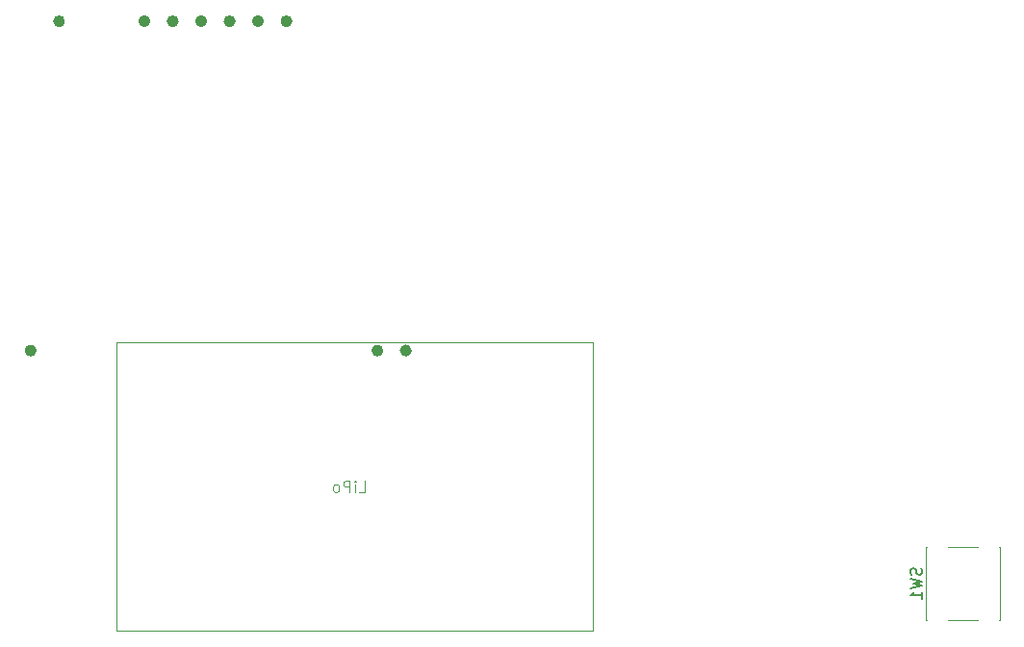
<source format=gbr>
%TF.GenerationSoftware,KiCad,Pcbnew,9.0.0*%
%TF.CreationDate,2025-03-31T14:21:31-07:00*%
%TF.ProjectId,DC33_Cnet_Badge_Main,44433333-5f43-46e6-9574-5f4261646765,rev?*%
%TF.SameCoordinates,Original*%
%TF.FileFunction,Legend,Bot*%
%TF.FilePolarity,Positive*%
%FSLAX46Y46*%
G04 Gerber Fmt 4.6, Leading zero omitted, Abs format (unit mm)*
G04 Created by KiCad (PCBNEW 9.0.0) date 2025-03-31 14:21:31*
%MOMM*%
%LPD*%
G01*
G04 APERTURE LIST*
%ADD10C,0.550000*%
%ADD11C,0.150000*%
%ADD12C,0.100000*%
%ADD13C,0.120000*%
G04 APERTURE END LIST*
D10*
X139275000Y-53500000D02*
G75*
G02*
X138725000Y-53500000I-275000J0D01*
G01*
X138725000Y-53500000D02*
G75*
G02*
X139275000Y-53500000I275000J0D01*
G01*
X124275000Y-82500000D02*
G75*
G02*
X123725000Y-82500000I-275000J0D01*
G01*
X123725000Y-82500000D02*
G75*
G02*
X124275000Y-82500000I275000J0D01*
G01*
X134275000Y-53500000D02*
G75*
G02*
X133725000Y-53500000I-275000J0D01*
G01*
X133725000Y-53500000D02*
G75*
G02*
X134275000Y-53500000I275000J0D01*
G01*
X154775000Y-82500000D02*
G75*
G02*
X154225000Y-82500000I-275000J0D01*
G01*
X154225000Y-82500000D02*
G75*
G02*
X154775000Y-82500000I275000J0D01*
G01*
X141775000Y-53500000D02*
G75*
G02*
X141225000Y-53500000I-275000J0D01*
G01*
X141225000Y-53500000D02*
G75*
G02*
X141775000Y-53500000I275000J0D01*
G01*
X146775000Y-53500000D02*
G75*
G02*
X146225000Y-53500000I-275000J0D01*
G01*
X146225000Y-53500000D02*
G75*
G02*
X146775000Y-53500000I275000J0D01*
G01*
X126775000Y-53500000D02*
G75*
G02*
X126225000Y-53500000I-275000J0D01*
G01*
X126225000Y-53500000D02*
G75*
G02*
X126775000Y-53500000I275000J0D01*
G01*
X157275000Y-82500000D02*
G75*
G02*
X156725000Y-82500000I-275000J0D01*
G01*
X156725000Y-82500000D02*
G75*
G02*
X157275000Y-82500000I275000J0D01*
G01*
X136775000Y-53500000D02*
G75*
G02*
X136225000Y-53500000I-275000J0D01*
G01*
X136225000Y-53500000D02*
G75*
G02*
X136775000Y-53500000I275000J0D01*
G01*
X144275000Y-53500000D02*
G75*
G02*
X143725000Y-53500000I-275000J0D01*
G01*
X143725000Y-53500000D02*
G75*
G02*
X144275000Y-53500000I275000J0D01*
G01*
D11*
X202357200Y-101666667D02*
X202404819Y-101809524D01*
X202404819Y-101809524D02*
X202404819Y-102047619D01*
X202404819Y-102047619D02*
X202357200Y-102142857D01*
X202357200Y-102142857D02*
X202309580Y-102190476D01*
X202309580Y-102190476D02*
X202214342Y-102238095D01*
X202214342Y-102238095D02*
X202119104Y-102238095D01*
X202119104Y-102238095D02*
X202023866Y-102190476D01*
X202023866Y-102190476D02*
X201976247Y-102142857D01*
X201976247Y-102142857D02*
X201928628Y-102047619D01*
X201928628Y-102047619D02*
X201881009Y-101857143D01*
X201881009Y-101857143D02*
X201833390Y-101761905D01*
X201833390Y-101761905D02*
X201785771Y-101714286D01*
X201785771Y-101714286D02*
X201690533Y-101666667D01*
X201690533Y-101666667D02*
X201595295Y-101666667D01*
X201595295Y-101666667D02*
X201500057Y-101714286D01*
X201500057Y-101714286D02*
X201452438Y-101761905D01*
X201452438Y-101761905D02*
X201404819Y-101857143D01*
X201404819Y-101857143D02*
X201404819Y-102095238D01*
X201404819Y-102095238D02*
X201452438Y-102238095D01*
X201404819Y-102571429D02*
X202404819Y-102809524D01*
X202404819Y-102809524D02*
X201690533Y-103000000D01*
X201690533Y-103000000D02*
X202404819Y-103190476D01*
X202404819Y-103190476D02*
X201404819Y-103428572D01*
X202404819Y-104333333D02*
X202404819Y-103761905D01*
X202404819Y-104047619D02*
X201404819Y-104047619D01*
X201404819Y-104047619D02*
X201547676Y-103952381D01*
X201547676Y-103952381D02*
X201642914Y-103857143D01*
X201642914Y-103857143D02*
X201690533Y-103761905D01*
D12*
X152880952Y-94957419D02*
X153357142Y-94957419D01*
X153357142Y-94957419D02*
X153357142Y-93957419D01*
X152547618Y-94957419D02*
X152547618Y-94290752D01*
X152547618Y-93957419D02*
X152595237Y-94005038D01*
X152595237Y-94005038D02*
X152547618Y-94052657D01*
X152547618Y-94052657D02*
X152499999Y-94005038D01*
X152499999Y-94005038D02*
X152547618Y-93957419D01*
X152547618Y-93957419D02*
X152547618Y-94052657D01*
X152071428Y-94957419D02*
X152071428Y-93957419D01*
X152071428Y-93957419D02*
X151690476Y-93957419D01*
X151690476Y-93957419D02*
X151595238Y-94005038D01*
X151595238Y-94005038D02*
X151547619Y-94052657D01*
X151547619Y-94052657D02*
X151500000Y-94147895D01*
X151500000Y-94147895D02*
X151500000Y-94290752D01*
X151500000Y-94290752D02*
X151547619Y-94385990D01*
X151547619Y-94385990D02*
X151595238Y-94433609D01*
X151595238Y-94433609D02*
X151690476Y-94481228D01*
X151690476Y-94481228D02*
X152071428Y-94481228D01*
X150928571Y-94957419D02*
X151023809Y-94909800D01*
X151023809Y-94909800D02*
X151071428Y-94862180D01*
X151071428Y-94862180D02*
X151119047Y-94766942D01*
X151119047Y-94766942D02*
X151119047Y-94481228D01*
X151119047Y-94481228D02*
X151071428Y-94385990D01*
X151071428Y-94385990D02*
X151023809Y-94338371D01*
X151023809Y-94338371D02*
X150928571Y-94290752D01*
X150928571Y-94290752D02*
X150785714Y-94290752D01*
X150785714Y-94290752D02*
X150690476Y-94338371D01*
X150690476Y-94338371D02*
X150642857Y-94385990D01*
X150642857Y-94385990D02*
X150595238Y-94481228D01*
X150595238Y-94481228D02*
X150595238Y-94766942D01*
X150595238Y-94766942D02*
X150642857Y-94862180D01*
X150642857Y-94862180D02*
X150690476Y-94909800D01*
X150690476Y-94909800D02*
X150785714Y-94957419D01*
X150785714Y-94957419D02*
X150928571Y-94957419D01*
D13*
%TO.C,SW1*%
X202770000Y-99770000D02*
X202770000Y-106230000D01*
X202770000Y-106230000D02*
X202800000Y-106230000D01*
X202800000Y-99770000D02*
X202770000Y-99770000D01*
X204700000Y-99770000D02*
X207300000Y-99770000D01*
X204700000Y-106230000D02*
X207300000Y-106230000D01*
X209230000Y-99770000D02*
X209200000Y-99770000D01*
X209230000Y-99770000D02*
X209230000Y-106230000D01*
X209230000Y-106230000D02*
X209200000Y-106230000D01*
%TO.C,LiPo*%
D12*
X131545000Y-81800000D02*
X173455000Y-81800000D01*
X173455000Y-107200000D01*
X131545000Y-107200000D01*
X131545000Y-81800000D01*
%TD*%
M02*

</source>
